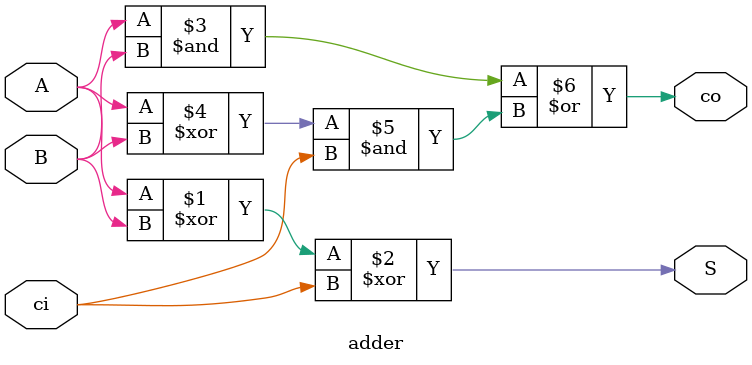
<source format=v>
`timescale 1ns/1ps

/* Descrição de um somador de N bits */
module adder 
(
  input  A,
  input  B,
  input  ci,
  output S,
  output co
);

   assign S = A ^ B ^ ci;
   assign co = (A & B) | (A ^ B) & ci;
    
endmodule

</source>
